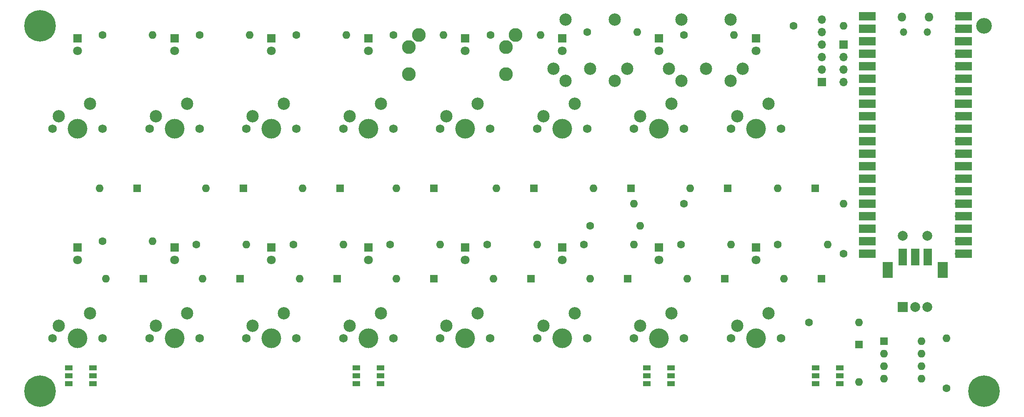
<source format=gbr>
%TF.GenerationSoftware,KiCad,Pcbnew,(6.0.10-0)*%
%TF.CreationDate,2022-12-28T18:35:23+01:00*%
%TF.ProjectId,seeq,73656571-2e6b-4696-9361-645f70636258,rev?*%
%TF.SameCoordinates,Original*%
%TF.FileFunction,Soldermask,Bot*%
%TF.FilePolarity,Negative*%
%FSLAX46Y46*%
G04 Gerber Fmt 4.6, Leading zero omitted, Abs format (unit mm)*
G04 Created by KiCad (PCBNEW (6.0.10-0)) date 2022-12-28 18:35:23*
%MOMM*%
%LPD*%
G01*
G04 APERTURE LIST*
%ADD10C,4.000000*%
%ADD11C,1.750000*%
%ADD12C,2.500000*%
%ADD13R,1.600000X1.600000*%
%ADD14O,1.600000X1.600000*%
%ADD15C,1.600000*%
%ADD16R,1.800000X1.800000*%
%ADD17C,1.800000*%
%ADD18C,3.200000*%
%ADD19C,6.400000*%
%ADD20R,1.700000X1.700000*%
%ADD21O,1.700000X1.700000*%
%ADD22R,2.000000X2.000000*%
%ADD23C,2.000000*%
%ADD24R,2.000000X3.200000*%
%ADD25O,1.800000X1.800000*%
%ADD26O,1.500000X1.500000*%
%ADD27R,3.500000X1.700000*%
%ADD28R,1.700000X3.500000*%
%ADD29R,1.500000X1.000000*%
%ADD30C,2.800000*%
G04 APERTURE END LIST*
D10*
%TO.C,SW16*%
X182245000Y-93345000D03*
D11*
X177165000Y-93345000D03*
X187325000Y-93345000D03*
D12*
X184785000Y-88265000D03*
X178435000Y-90805000D03*
%TD*%
D10*
%TO.C,SW15*%
X162560000Y-93345000D03*
D11*
X157480000Y-93345000D03*
X167640000Y-93345000D03*
D12*
X165100000Y-88265000D03*
X158750000Y-90805000D03*
%TD*%
D10*
%TO.C,SW14*%
X142875000Y-93345000D03*
D11*
X137795000Y-93345000D03*
X147955000Y-93345000D03*
D12*
X145415000Y-88265000D03*
X139065000Y-90805000D03*
%TD*%
D10*
%TO.C,SW13*%
X123190000Y-93345000D03*
D11*
X118110000Y-93345000D03*
X128270000Y-93345000D03*
D12*
X125730000Y-88265000D03*
X119380000Y-90805000D03*
%TD*%
D10*
%TO.C,SW12*%
X103505000Y-93345000D03*
D11*
X98425000Y-93345000D03*
X108585000Y-93345000D03*
D12*
X106045000Y-88265000D03*
X99695000Y-90805000D03*
%TD*%
D10*
%TO.C,SW11*%
X83820000Y-93345000D03*
D11*
X78740000Y-93345000D03*
X88900000Y-93345000D03*
D12*
X86360000Y-88265000D03*
X80010000Y-90805000D03*
%TD*%
D10*
%TO.C,SW10*%
X64135000Y-93345000D03*
D11*
X59055000Y-93345000D03*
X69215000Y-93345000D03*
D12*
X66675000Y-88265000D03*
X60325000Y-90805000D03*
%TD*%
D10*
%TO.C,SW9*%
X44450000Y-93345000D03*
D11*
X39370000Y-93345000D03*
X49530000Y-93345000D03*
D12*
X46990000Y-88265000D03*
X40640000Y-90805000D03*
%TD*%
D10*
%TO.C,SW8*%
X182245000Y-50800000D03*
D11*
X177165000Y-50800000D03*
X187325000Y-50800000D03*
D12*
X184785000Y-45720000D03*
X178435000Y-48260000D03*
%TD*%
D10*
%TO.C,SW7*%
X162560000Y-50800000D03*
D11*
X157480000Y-50800000D03*
X167640000Y-50800000D03*
D12*
X165100000Y-45720000D03*
X158750000Y-48260000D03*
%TD*%
D10*
%TO.C,SW6*%
X142875000Y-50800000D03*
D11*
X137795000Y-50800000D03*
X147955000Y-50800000D03*
D12*
X145415000Y-45720000D03*
X139065000Y-48260000D03*
%TD*%
D10*
%TO.C,SW5*%
X123190000Y-50800000D03*
D11*
X118110000Y-50800000D03*
X128270000Y-50800000D03*
D12*
X125730000Y-45720000D03*
X119380000Y-48260000D03*
%TD*%
D10*
%TO.C,SW4*%
X103505000Y-50800000D03*
D11*
X98425000Y-50800000D03*
X108585000Y-50800000D03*
D12*
X106045000Y-45720000D03*
X99695000Y-48260000D03*
%TD*%
D10*
%TO.C,SW3*%
X83820000Y-50800000D03*
D11*
X78740000Y-50800000D03*
X88900000Y-50800000D03*
D12*
X86360000Y-45720000D03*
X80010000Y-48260000D03*
%TD*%
D10*
%TO.C,SW2*%
X64135000Y-50800000D03*
D11*
X59055000Y-50800000D03*
X69215000Y-50800000D03*
D12*
X66675000Y-45720000D03*
X60325000Y-48260000D03*
%TD*%
D10*
%TO.C,SW1*%
X44450000Y-50800000D03*
D11*
X39370000Y-50800000D03*
X49530000Y-50800000D03*
D12*
X46990000Y-45720000D03*
X40640000Y-48260000D03*
%TD*%
D13*
%TO.C,D10*%
X78105000Y-62865000D03*
D14*
X70485000Y-62865000D03*
%TD*%
D15*
%TO.C,R10*%
X88900000Y-31750000D03*
D14*
X99060000Y-31750000D03*
%TD*%
D15*
%TO.C,R16*%
X68580000Y-74295000D03*
D14*
X78740000Y-74295000D03*
%TD*%
D13*
%TO.C,U1*%
X208290000Y-93990000D03*
D14*
X208290000Y-96530000D03*
X208290000Y-99070000D03*
X208290000Y-101610000D03*
X215910000Y-101610000D03*
X215910000Y-99070000D03*
X215910000Y-96530000D03*
X215910000Y-93990000D03*
%TD*%
D13*
%TO.C,D31*%
X175895000Y-81280000D03*
D14*
X168275000Y-81280000D03*
%TD*%
D16*
%TO.C,D24*%
X182245000Y-74925000D03*
D17*
X182245000Y-77465000D03*
%TD*%
D16*
%TO.C,D7*%
X162560000Y-32380000D03*
D17*
X162560000Y-34920000D03*
%TD*%
D13*
%TO.C,D33*%
X203200000Y-94615000D03*
D14*
X203200000Y-102235000D03*
%TD*%
D16*
%TO.C,D1*%
X44450000Y-32380000D03*
D17*
X44450000Y-34920000D03*
%TD*%
D16*
%TO.C,D4*%
X103505000Y-32380000D03*
D17*
X103505000Y-34920000D03*
%TD*%
D18*
%TO.C,H4*%
X228600000Y-29845000D03*
%TD*%
D19*
%TO.C,H2*%
X36830000Y-104140000D03*
%TD*%
D13*
%TO.C,D29*%
X136525000Y-81280000D03*
D14*
X128905000Y-81280000D03*
%TD*%
D15*
%TO.C,R11*%
X167640000Y-31750000D03*
D14*
X177800000Y-31750000D03*
%TD*%
D16*
%TO.C,D23*%
X162560000Y-74925000D03*
D17*
X162560000Y-77465000D03*
%TD*%
D15*
%TO.C,R6*%
X108585000Y-31750000D03*
D14*
X118745000Y-31750000D03*
%TD*%
D16*
%TO.C,D8*%
X182245000Y-32380000D03*
D17*
X182245000Y-34920000D03*
%TD*%
D13*
%TO.C,D9*%
X56515000Y-62865000D03*
D14*
X48895000Y-62865000D03*
%TD*%
D13*
%TO.C,D25*%
X57785000Y-81280000D03*
D14*
X50165000Y-81280000D03*
%TD*%
D15*
%TO.C,R15*%
X147955000Y-31115000D03*
D14*
X158115000Y-31115000D03*
%TD*%
D20*
%TO.C,J4*%
X200025000Y-33655000D03*
D21*
X200025000Y-36195000D03*
X200025000Y-38735000D03*
X200025000Y-41275000D03*
%TD*%
D16*
%TO.C,D21*%
X123190000Y-74925000D03*
D17*
X123190000Y-77465000D03*
%TD*%
D16*
%TO.C,D5*%
X123190000Y-32380000D03*
D17*
X123190000Y-34920000D03*
%TD*%
D13*
%TO.C,D13*%
X137160000Y-62865000D03*
D14*
X129540000Y-62865000D03*
%TD*%
D13*
%TO.C,D16*%
X194310000Y-62865000D03*
D14*
X186690000Y-62865000D03*
%TD*%
D15*
%TO.C,R14*%
X69215000Y-31750000D03*
D14*
X79375000Y-31750000D03*
%TD*%
D13*
%TO.C,D30*%
X156210000Y-81280000D03*
D14*
X148590000Y-81280000D03*
%TD*%
D15*
%TO.C,R13*%
X167005000Y-74295000D03*
D14*
X177165000Y-74295000D03*
%TD*%
D16*
%TO.C,D17*%
X44450000Y-74925000D03*
D17*
X44450000Y-77465000D03*
%TD*%
D13*
%TO.C,D28*%
X116840000Y-81280000D03*
D14*
X109220000Y-81280000D03*
%TD*%
D15*
%TO.C,R17*%
X147320000Y-74295000D03*
D14*
X157480000Y-74295000D03*
%TD*%
D15*
%TO.C,R21*%
X127635000Y-74295000D03*
D14*
X137795000Y-74295000D03*
%TD*%
D19*
%TO.C,H1*%
X228600000Y-104140000D03*
%TD*%
D15*
%TO.C,R2*%
X200025000Y-76200000D03*
D14*
X200025000Y-66040000D03*
%TD*%
D13*
%TO.C,D27*%
X97155000Y-81280000D03*
D14*
X89535000Y-81280000D03*
%TD*%
D15*
%TO.C,R5*%
X148590000Y-70485000D03*
D14*
X158750000Y-70485000D03*
%TD*%
D16*
%TO.C,D2*%
X64135000Y-32380000D03*
D17*
X64135000Y-34920000D03*
%TD*%
D15*
%TO.C,R18*%
X49530000Y-31750000D03*
D14*
X59690000Y-31750000D03*
%TD*%
D15*
%TO.C,R8*%
X107950000Y-74295000D03*
D14*
X118110000Y-74295000D03*
%TD*%
D15*
%TO.C,R7*%
X189865000Y-29845000D03*
D14*
X200025000Y-29845000D03*
%TD*%
D16*
%TO.C,D18*%
X64135000Y-74925000D03*
D17*
X64135000Y-77465000D03*
%TD*%
D15*
%TO.C,R20*%
X49530000Y-73660000D03*
D14*
X59690000Y-73660000D03*
%TD*%
D15*
%TO.C,R1*%
X220980000Y-103505000D03*
D14*
X220980000Y-93345000D03*
%TD*%
D16*
%TO.C,D20*%
X103505000Y-74925000D03*
D17*
X103505000Y-77465000D03*
%TD*%
D13*
%TO.C,D14*%
X156845000Y-62865000D03*
D14*
X149225000Y-62865000D03*
%TD*%
D15*
%TO.C,R3*%
X193040000Y-90170000D03*
D14*
X203200000Y-90170000D03*
%TD*%
D13*
%TO.C,D26*%
X77470000Y-81280000D03*
D14*
X69850000Y-81280000D03*
%TD*%
D13*
%TO.C,D32*%
X195580000Y-81280000D03*
D14*
X187960000Y-81280000D03*
%TD*%
D16*
%TO.C,D22*%
X142875000Y-74925000D03*
D17*
X142875000Y-77465000D03*
%TD*%
D19*
%TO.C,H3*%
X36830000Y-29845000D03*
%TD*%
D16*
%TO.C,D3*%
X83820000Y-32380000D03*
D17*
X83820000Y-34920000D03*
%TD*%
D16*
%TO.C,D19*%
X83820000Y-74925000D03*
D17*
X83820000Y-77465000D03*
%TD*%
D22*
%TO.C,SW17*%
X212090000Y-86995000D03*
D23*
X217090000Y-86995000D03*
X214590000Y-86995000D03*
D24*
X208990000Y-79495000D03*
X220190000Y-79495000D03*
D23*
X217090000Y-72495000D03*
X212090000Y-72495000D03*
%TD*%
D16*
%TO.C,D6*%
X142875000Y-32380000D03*
D17*
X142875000Y-34920000D03*
%TD*%
D15*
%TO.C,R4*%
X167640000Y-66040000D03*
D14*
X157480000Y-66040000D03*
%TD*%
D15*
%TO.C,R19*%
X128370000Y-31760000D03*
D14*
X138530000Y-31760000D03*
%TD*%
D15*
%TO.C,R12*%
X88265000Y-74295000D03*
D14*
X98425000Y-74295000D03*
%TD*%
D13*
%TO.C,D15*%
X176530000Y-62865000D03*
D14*
X168910000Y-62865000D03*
%TD*%
D13*
%TO.C,D12*%
X116840000Y-62865000D03*
D14*
X109220000Y-62865000D03*
%TD*%
D15*
%TO.C,R9*%
X186690000Y-74295000D03*
D14*
X196850000Y-74295000D03*
%TD*%
D13*
%TO.C,D11*%
X97790000Y-62865000D03*
D14*
X90170000Y-62865000D03*
%TD*%
D25*
%TO.C,U2*%
X217355000Y-28070000D03*
D26*
X217055000Y-31100000D03*
D25*
X211905000Y-28070000D03*
D26*
X212205000Y-31100000D03*
D21*
X223520000Y-27940000D03*
D27*
X224420000Y-27940000D03*
D21*
X223520000Y-30480000D03*
D27*
X224420000Y-30480000D03*
X224420000Y-33020000D03*
D20*
X223520000Y-33020000D03*
D21*
X223520000Y-35560000D03*
D27*
X224420000Y-35560000D03*
D21*
X223520000Y-38100000D03*
D27*
X224420000Y-38100000D03*
X224420000Y-40640000D03*
D21*
X223520000Y-40640000D03*
D27*
X224420000Y-43180000D03*
D21*
X223520000Y-43180000D03*
D20*
X223520000Y-45720000D03*
D27*
X224420000Y-45720000D03*
D21*
X223520000Y-48260000D03*
D27*
X224420000Y-48260000D03*
D21*
X223520000Y-50800000D03*
D27*
X224420000Y-50800000D03*
D21*
X223520000Y-53340000D03*
D27*
X224420000Y-53340000D03*
X224420000Y-55880000D03*
D21*
X223520000Y-55880000D03*
D27*
X224420000Y-58420000D03*
D20*
X223520000Y-58420000D03*
D27*
X224420000Y-60960000D03*
D21*
X223520000Y-60960000D03*
D27*
X224420000Y-63500000D03*
D21*
X223520000Y-63500000D03*
D27*
X224420000Y-66040000D03*
D21*
X223520000Y-66040000D03*
D27*
X224420000Y-68580000D03*
D21*
X223520000Y-68580000D03*
D27*
X224420000Y-71120000D03*
D20*
X223520000Y-71120000D03*
D27*
X224420000Y-73660000D03*
D21*
X223520000Y-73660000D03*
X223520000Y-76200000D03*
D27*
X224420000Y-76200000D03*
D21*
X205740000Y-76200000D03*
D27*
X204840000Y-76200000D03*
D21*
X205740000Y-73660000D03*
D27*
X204840000Y-73660000D03*
D20*
X205740000Y-71120000D03*
D27*
X204840000Y-71120000D03*
X204840000Y-68580000D03*
D21*
X205740000Y-68580000D03*
X205740000Y-66040000D03*
D27*
X204840000Y-66040000D03*
X204840000Y-63500000D03*
D21*
X205740000Y-63500000D03*
X205740000Y-60960000D03*
D27*
X204840000Y-60960000D03*
D20*
X205740000Y-58420000D03*
D27*
X204840000Y-58420000D03*
D21*
X205740000Y-55880000D03*
D27*
X204840000Y-55880000D03*
X204840000Y-53340000D03*
D21*
X205740000Y-53340000D03*
D27*
X204840000Y-50800000D03*
D21*
X205740000Y-50800000D03*
D27*
X204840000Y-48260000D03*
D21*
X205740000Y-48260000D03*
D27*
X204840000Y-45720000D03*
D20*
X205740000Y-45720000D03*
D27*
X204840000Y-43180000D03*
D21*
X205740000Y-43180000D03*
X205740000Y-40640000D03*
D27*
X204840000Y-40640000D03*
D21*
X205740000Y-38100000D03*
D27*
X204840000Y-38100000D03*
X204840000Y-35560000D03*
D21*
X205740000Y-35560000D03*
D27*
X204840000Y-33020000D03*
D20*
X205740000Y-33020000D03*
D27*
X204840000Y-30480000D03*
D21*
X205740000Y-30480000D03*
D27*
X204840000Y-27940000D03*
D21*
X205740000Y-27940000D03*
D28*
X217170000Y-76870000D03*
D21*
X217170000Y-75970000D03*
D28*
X214630000Y-76870000D03*
D20*
X214630000Y-75970000D03*
D28*
X212090000Y-76870000D03*
D21*
X212090000Y-75970000D03*
%TD*%
D29*
%TO.C,D37*%
X42635000Y-102565000D03*
X42635000Y-100965000D03*
X42635000Y-99365000D03*
X47535000Y-99365000D03*
X47535000Y-100965000D03*
X47535000Y-102565000D03*
%TD*%
D12*
%TO.C,J6*%
X156090000Y-38560000D03*
X148590000Y-38560000D03*
X141090000Y-38560000D03*
X153590000Y-41060000D03*
X143590000Y-41060000D03*
X143590000Y-28560000D03*
X153590000Y-28560000D03*
%TD*%
D29*
%TO.C,D34*%
X194400000Y-102565000D03*
X194400000Y-100965000D03*
X194400000Y-99365000D03*
X199300000Y-99365000D03*
X199300000Y-100965000D03*
X199300000Y-102565000D03*
%TD*%
%TO.C,D36*%
X101055000Y-102565000D03*
X101055000Y-100965000D03*
X101055000Y-99365000D03*
X105955000Y-99365000D03*
X105955000Y-100965000D03*
X105955000Y-102565000D03*
%TD*%
D30*
%TO.C,J2*%
X131450000Y-39660000D03*
X133450000Y-31760000D03*
X131450000Y-34160000D03*
%TD*%
D20*
%TO.C,J3*%
X195605000Y-41245000D03*
D21*
X195605000Y-38705000D03*
X195605000Y-36165000D03*
X195605000Y-33625000D03*
X195605000Y-31085000D03*
X195605000Y-28545000D03*
%TD*%
D12*
%TO.C,J1*%
X179585000Y-38560000D03*
X172085000Y-38560000D03*
X164585000Y-38560000D03*
X177085000Y-41060000D03*
X167085000Y-41060000D03*
X177085000Y-28560000D03*
X167085000Y-28560000D03*
%TD*%
D29*
%TO.C,D35*%
X160110000Y-102565000D03*
X160110000Y-100965000D03*
X160110000Y-99365000D03*
X165010000Y-99365000D03*
X165010000Y-100965000D03*
X165010000Y-102565000D03*
%TD*%
D30*
%TO.C,J5*%
X111765000Y-39660000D03*
X113765000Y-31760000D03*
X111765000Y-34160000D03*
%TD*%
M02*

</source>
